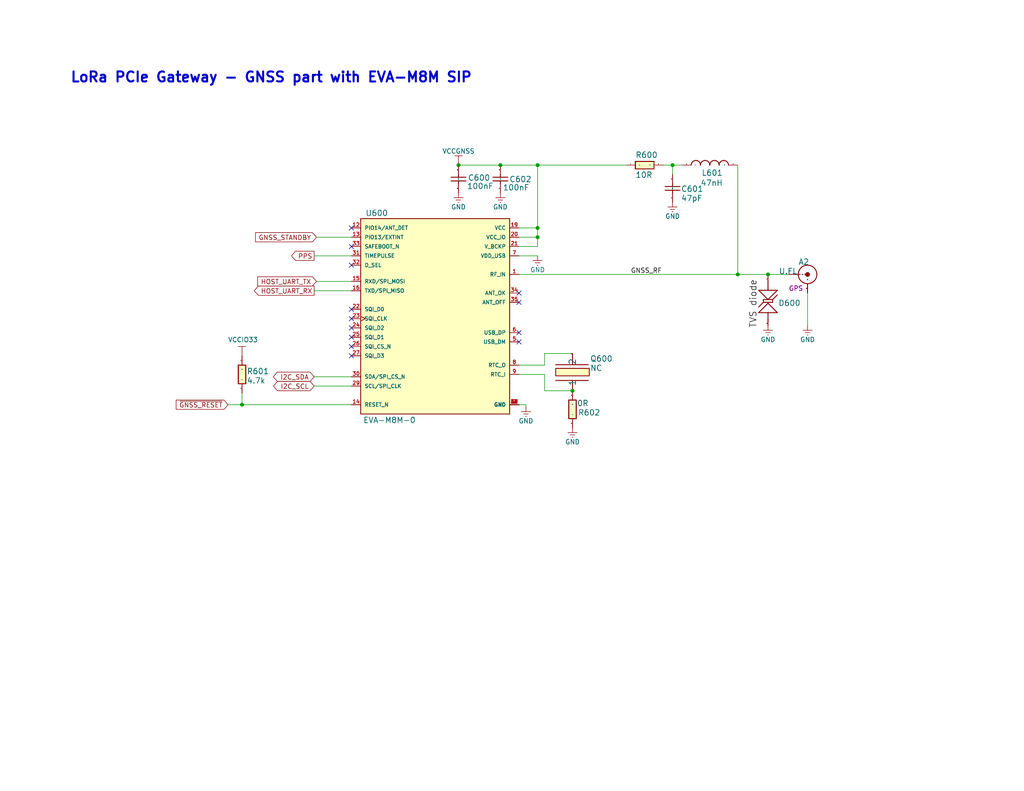
<source format=kicad_sch>
(kicad_sch (version 20230121) (generator eeschema)
  (paper "A")
  (title_block (title "LoRa PCIe Gateway - GNSS") (date "2022-01-18") (rev "1.2") (company "Nebra Ltd") (comment 1 "GNSS Schematic part with EVA-M8M SIP"))
  (lib_symbols
    (symbol "LoRa_PCIe_GW-rescue:Cap-" (pin_names (offset 1.016))
      (property "Reference" "C" (at 2.286 2.794 0))
      (property "Value" "Cap-" (at 0 0 0))
      (symbol "Cap-_0_1"
        (polyline (pts (xy 2.54 0) (xy 3.302 0)) (stroke (width 0.254)))
        (polyline (pts (xy 3.302 -2.032) (xy 3.302 2.032)) (stroke (width 0.254)))
        (polyline (pts (xy 4.318 2.032) (xy 4.318 -2.032)) (stroke (width 0.254)))
        (polyline (pts (xy 5.08 0) (xy 4.318 0)) (stroke (width 0.254)))
        (pin passive line (at 0 0 0) (length 2.54) (name "1") (number "1"))
        (pin passive line (at 7.62 0 180) (length 2.54) (name "2") (number "2"))
      )
    )
    (symbol "LoRa_PCIe_GW-rescue:EVA-M8M-0" (pin_names (offset 1.016))
      (property "Reference" "U" (at -20.3708 25.9588 0))
      (property "Value" "EVA-M8M-0" (at -20.3454 -30.5054 0))
      (symbol "EVA-M8M-0_0_0"
        (rectangle (start -20.32 -27.94) (end 20.32 25.4) (stroke (width 0.254)) (fill (type background)))
        (pin input line (at 22.86 10.16 180) (length 2.54) (name "RF_IN") (number "1"))
        (pin input line (at -22.86 22.86 0) (length 2.54) (name "PIO14/ANT_DET") (number "12"))
        (pin input line (at -22.86 20.32 0) (length 2.54) (name "PIO13/EXTINT") (number "13"))
        (pin input line (at -22.86 -25.4 0) (length 2.54) (name "RESET_N") (number "14"))
        (pin input line (at -22.86 8.255 0) (length 2.54) (name "RXD/SPI_MOSI") (number "15"))
        (pin output line (at -22.86 5.715 0) (length 2.54) (name "TXD/SPI_MISO") (number "16"))
        (pin power_in line (at 22.86 -25.4 180) (length 2.54) (name "GND") (number "18"))
        (pin power_in line (at 22.86 22.86 180) (length 2.54) (name "VCC") (number "19"))
        (pin power_in line (at 22.86 -25.4 180) (length 2.54) (name "GND") (number "2"))
        (pin power_in line (at 22.86 20.32 180) (length 2.54) (name "VCC_IO") (number "20"))
        (pin power_in line (at 22.86 17.78 180) (length 2.54) (name "V_BCKP") (number "21"))
        (pin bidirectional line (at -22.86 0.635 0) (length 2.54) (name "SQI_D0") (number "22"))
        (pin bidirectional clock (at -22.86 -1.905 0) (length 2.54) (name "SQI_CLK") (number "23"))
        (pin bidirectional line (at -22.86 -4.445 0) (length 2.54) (name "SQI_D2") (number "24"))
        (pin bidirectional line (at -22.86 -6.985 0) (length 2.54) (name "SQI_D1") (number "25"))
        (pin bidirectional line (at -22.86 -9.525 0) (length 2.54) (name "SQI_CS_N") (number "26"))
        (pin bidirectional line (at -22.86 -12.065 0) (length 2.54) (name "SQI_D3") (number "27"))
        (pin input line (at -22.86 -20.32 0) (length 2.54) (name "SCL/SPI_CLK") (number "29"))
        (pin bidirectional line (at -22.86 -17.78 0) (length 2.54) (name "SDA/SPI_CS_N") (number "30"))
        (pin output line (at -22.86 15.24 0) (length 2.54) (name "TIMEPULSE") (number "31"))
        (pin input line (at -22.86 12.7 0) (length 2.54) (name "D_SEL") (number "32"))
        (pin input line (at -22.86 17.78 0) (length 2.54) (name "SAFEBOOT_N") (number "33"))
        (pin input line (at 22.86 5.08 180) (length 2.54) (name "ANT_OK") (number "34"))
        (pin output line (at 22.86 2.54 180) (length 2.54) (name "ANT_OFF") (number "35"))
        (pin power_in line (at 22.86 -25.4 180) (length 2.54) (name "GND") (number "37"))
        (pin power_in line (at 22.86 -25.4 180) (length 2.54) (name "GND") (number "38"))
        (pin power_in line (at 22.86 -25.4 180) (length 2.54) (name "GND") (number "39"))
        (pin power_in line (at 22.86 -25.4 180) (length 2.54) (name "GND") (number "40"))
        (pin power_in line (at 22.86 -25.4 180) (length 2.54) (name "GND") (number "41"))
        (pin power_in line (at 22.86 -25.4 180) (length 2.54) (name "GND") (number "42"))
        (pin power_in line (at 22.86 -25.4 180) (length 2.54) (name "GND") (number "43"))
        (pin bidirectional line (at 22.86 -8.255 180) (length 2.54) (name "USB_DM") (number "5"))
        (pin bidirectional line (at 22.86 -5.715 180) (length 2.54) (name "USB_DP") (number "6"))
        (pin power_in line (at 22.86 15.24 180) (length 2.54) (name "VDD_USB") (number "7"))
        (pin output line (at 22.86 -14.605 180) (length 2.54) (name "RTC_O") (number "8"))
        (pin input line (at 22.86 -17.145 180) (length 2.54) (name "RTC_I") (number "9"))
      )
    )
    (symbol "LoRa_PCIe_GW-rescue:GND" (power) (pin_names (offset 0))
      (property "Value" "GND" (at 0 -3.81 0))
      (symbol "GND_1_1"
        (polyline (pts (xy -0.635 -1.905) (xy 0.635 -1.905)))
        (polyline (pts (xy -0.127 -2.54) (xy 0.127 -2.54)))
        (polyline (pts (xy 0 -1.27) (xy 0 0)))
        (polyline (pts (xy 1.27 -1.27) (xy -1.27 -1.27)))
        (pin power_in line (at 0 0 270) (length 0) hide (name "GND") (number "1"))
      )
    )
    (symbol "LoRa_PCIe_GW-rescue:Inductor-" (pin_names (offset 1.016))
      (property "Reference" "L" (at 5.334 -3.048 0))
      (property "Value" "Inductor-" (at 0 -1.27 0))
      (symbol "Inductor-_0_1"
        (pin passive line (at 0 0 0) (length 2.54) (name "1") (number "1"))
        (pin passive line (at 15.24 0 180) (length 2.54) (name "2") (number "2"))
      )
      (symbol "Inductor-_1_1"
        (arc (start 3.7846 1.27) (mid 2.9029 0.8892) (end 2.54 0) (stroke (width 0.254)))
        (arc (start 5.08 0) (mid 4.699 0.907) (end 3.7846 1.27) (stroke (width 0.254)))
        (arc (start 6.3246 1.27) (mid 5.4429 0.8892) (end 5.08 0) (stroke (width 0.254)))
        (arc (start 7.62 0) (mid 7.239 0.907) (end 6.3246 1.27) (stroke (width 0.254)))
        (arc (start 8.8646 1.27) (mid 7.9829 0.8892) (end 7.62 0) (stroke (width 0.254)))
        (arc (start 10.16 0) (mid 9.779 0.907) (end 8.8646 1.27) (stroke (width 0.254)))
        (arc (start 11.4046 1.27) (mid 10.5229 0.8892) (end 10.16 0) (stroke (width 0.254)))
        (arc (start 12.7 0) (mid 12.319 0.907) (end 11.4046 1.27) (stroke (width 0.254)))
      )
    )
    (symbol "LoRa_PCIe_GW-rescue:RClamp0531T-" (pin_names (offset 1.016))
      (property "Reference" "D" (at 2.794 5.08 0))
      (property "Value" "RClamp0531T-" (at 0 0 0))
      (symbol "RClamp0531T-_0_1"
        (polyline (pts (xy -2.54 3.556) (xy 2.54 3.556)) (stroke (width 0.254)))
        (polyline (pts (xy -2.54 9.652) (xy 0 7.112)) (stroke (width 0.254)))
        (polyline (pts (xy -1.27 6.35) (xy -2.54 5.08)) (stroke (width 0.254)))
        (polyline (pts (xy -1.27 6.35) (xy 1.27 6.35)) (stroke (width 0.254)))
        (polyline (pts (xy -1.27 7.112) (xy -1.27 6.35)) (stroke (width 0.254)))
        (polyline (pts (xy 0 1.016) (xy 0 3.556)) (stroke (width 0.254)))
        (polyline (pts (xy 0 6.096) (xy -2.54 3.556)) (stroke (width 0.254)))
        (polyline (pts (xy 0 7.112) (xy 2.54 9.652)) (stroke (width 0.254)))
        (polyline (pts (xy 0 12.192) (xy 0 9.652)) (stroke (width 0.254)))
        (polyline (pts (xy 1.27 6.35) (xy 1.27 7.112)) (stroke (width 0.254)))
        (polyline (pts (xy 1.27 7.112) (xy -1.27 7.112)) (stroke (width 0.254)))
        (polyline (pts (xy 2.54 3.556) (xy 0 6.096)) (stroke (width 0.254)))
        (polyline (pts (xy 2.54 8.382) (xy 1.27 7.112)) (stroke (width 0.254)))
        (polyline (pts (xy 2.54 9.652) (xy -2.54 9.652)) (stroke (width 0.254)))
        (pin passive line (at 0 13.335 270) (length 1.27) (name "A") (number "1"))
        (pin passive line (at 0 0 90) (length 1.27) (name "K") (number "2"))
      )
    )
    (symbol "LoRa_PCIe_GW-rescue:Resistor-" (pin_names (offset 1.016))
      (property "Reference" "R" (at 1.27 5.08 0))
      (property "Value" "Resistor-" (at 0 0 0))
      (symbol "Resistor-_0_1"
        (rectangle (start 2.54 -1.016) (end 7.62 1.016) (stroke (width 0.254)) (fill (type background)))
        (rectangle (start 2.54 1.016) (end 7.62 -1.016) (stroke (width 0.254)) (fill (type background)))
        (pin passive line (at 0 0 0) (length 2.54) (name "1") (number "1"))
        (pin passive line (at 10.16 0 180) (length 2.54) (name "2") (number "2"))
      )
    )
    (symbol "LoRa_PCIe_GW-rescue:U.FL-" (pin_names (offset 1.016))
      (property "Reference" "RFGI" (at 2.54 2.54 0))
      (property "Value" "U.FL-" (at -2.794 0 0))
      (symbol "U.FL-_0_1"
        (circle (center -5.08 0) (radius 0.508) (stroke (width 0.254)) (fill (type outline)))
        (polyline (pts (xy -4.572 0) (xy -4.318 0)) (stroke (width 0.254)))
        (polyline (pts (xy -3.81 0) (xy -3.556 0)) (stroke (width 0.254)))
        (polyline (pts (xy -2.794 0) (xy -3.048 0)) (stroke (width 0.254)))
        (pin passive line (at 0 0 180) (length 2.54) (name "Signal") (number "1"))
        (pin passive line (at -5.08 -5.08 90) (length 2.54) (name "GND") (number "2"))
        (pin passive line (at -5.08 -5.08 90) (length 2.54) (name "GND") (number "3"))
      )
      (symbol "U.FL-_1_1"
        (arc (start -6.35 -2.1844) (mid -3.8199 -2.1901) (end -2.54 0) (stroke (width 0.254)))
        (arc (start -6.35 2.1844) (mid -7.6068 0) (end -6.35 -2.1844) (stroke (width 0.254)))
        (arc (start -2.54 0) (mid -3.8133 2.2016) (end -6.35 2.1844) (stroke (width 0.254)))
      )
    )
    (symbol "LoRa_PCIe_GW-rescue:VCCGNSS" (power) (pin_names (offset 0))
      (property "Value" "VCCGNSS" (at -0.254 3.556 0))
      (symbol "VCCGNSS_1_1"
        (polyline (pts (xy -1.016 2.54) (xy 1.016 2.54)))
        (polyline (pts (xy 0 0) (xy 0 2.54)))
        (pin power_in line (at 0 0 90) (length 0) hide (name "VCCGNSS") (number "1"))
      )
    )
    (symbol "LoRa_PCIe_GW-rescue:VCCIO33" (power) (pin_names (offset 0))
      (property "Value" "VCCIO33" (at 0 3.556 0))
      (symbol "VCCIO33_1_1"
        (polyline (pts (xy -1.016 2.54) (xy 1.016 2.54)))
        (polyline (pts (xy 0 0) (xy 0 2.54)))
        (pin power_in line (at 0 0 90) (length 0) hide (name "VCCIO33") (number "1"))
      )
    )
    (symbol "LoRa_PCIe_GW-rescue:Xtal-" (pin_names (offset 1.016))
      (property "Reference" "Q" (at 4.572 2.794 0))
      (property "Value" "Xtal-" (at 0 0 0))
      (symbol "Xtal-_0_1"
        (rectangle (start -1.016 4.572) (end 1.016 -4.572) (stroke (width 0.254)) (fill (type background)))
        (polyline (pts (xy -5.08 0) (xy -2.286 0)) (stroke (width 0.254)))
        (polyline (pts (xy -2.286 4.572) (xy -2.286 -4.318)) (stroke (width 0.254)))
        (polyline (pts (xy 2.032 4.572) (xy 2.032 -4.318)) (stroke (width 0.254)))
        (polyline (pts (xy 5.08 0) (xy 2.032 0)) (stroke (width 0.254)))
        (pin passive line (at -5.08 0 0) (length 0.254) (name "1") (number "1"))
        (pin passive line (at 5.08 0 180) (length 0.254) (name "2") (number "2"))
      )
    )
  )
  (junction (at 125.095 45.085))
  (junction (at 146.685 64.77))
  (junction (at 136.525 45.085))
  (junction (at 146.685 45.085))
  (junction (at 156.21 106.68))
  (junction (at 66.04 110.49))
  (junction (at 146.685 62.23))
  (junction (at 183.515 45.085))
  (junction (at 201.295 74.93))
  (junction (at 209.55 74.93))
  (no_connect (at 95.885 62.23))
  (no_connect (at 95.885 94.615))
  (no_connect (at 95.885 84.455))
  (no_connect (at 95.885 92.075))
  (no_connect (at 95.885 72.39))
  (no_connect (at 141.605 90.805))
  (no_connect (at 95.885 67.31))
  (no_connect (at 95.885 97.155))
  (no_connect (at 141.605 82.55))
  (no_connect (at 141.605 93.345))
  (no_connect (at 95.885 89.535))
  (no_connect (at 95.885 86.995))
  (no_connect (at 141.605 80.01))
  (wire (pts (xy 201.295 74.93) (xy 209.55 74.93)))
  (wire (pts (xy 148.59 99.695) (xy 141.605 99.695)))
  (wire (pts (xy 66.04 110.49) (xy 62.23 110.49)))
  (wire (pts (xy 183.515 47.625) (xy 183.515 45.085)))
  (wire (pts (xy 148.59 106.68) (xy 148.59 102.235)))
  (wire (pts (xy 146.685 45.085) (xy 170.815 45.085)))
  (wire (pts (xy 85.725 102.87) (xy 95.885 102.87)))
  (wire (pts (xy 95.885 64.77) (xy 86.36 64.77)))
  (wire (pts (xy 85.725 79.375) (xy 95.885 79.375)))
  (wire (pts (xy 146.685 45.085) (xy 136.525 45.085)))
  (wire (pts (xy 209.55 75.565) (xy 209.55 74.93)))
  (wire (pts (xy 146.685 45.085) (xy 146.685 62.23)))
  (wire (pts (xy 201.295 45.085) (xy 201.295 74.93)))
  (wire (pts (xy 141.605 74.93) (xy 201.295 74.93)))
  (wire (pts (xy 183.515 45.085) (xy 180.975 45.085)))
  (wire (pts (xy 85.725 105.41) (xy 95.885 105.41)))
  (wire (pts (xy 148.59 96.52) (xy 148.59 99.695)))
  (wire (pts (xy 146.685 62.23) (xy 141.605 62.23)))
  (wire (pts (xy 66.04 107.315) (xy 66.04 110.49)))
  (wire (pts (xy 148.59 102.235) (xy 141.605 102.235)))
  (wire (pts (xy 141.605 64.77) (xy 146.685 64.77)))
  (wire (pts (xy 146.685 67.31) (xy 146.685 64.77)))
  (wire (pts (xy 156.21 96.52) (xy 148.59 96.52)))
  (wire (pts (xy 156.21 106.68) (xy 148.59 106.68)))
  (wire (pts (xy 146.685 64.77) (xy 146.685 62.23)))
  (wire (pts (xy 141.605 69.85) (xy 146.685 69.85)))
  (wire (pts (xy 95.885 110.49) (xy 66.04 110.49)))
  (wire (pts (xy 143.51 110.49) (xy 143.51 111.125)))
  (wire (pts (xy 141.605 110.49) (xy 143.51 110.49)))
  (wire (pts (xy 136.525 45.085) (xy 125.095 45.085)))
  (wire (pts (xy 220.345 80.01) (xy 220.345 88.9)))
  (wire (pts (xy 85.725 69.85) (xy 95.885 69.85)))
  (wire (pts (xy 86.36 76.835) (xy 95.885 76.835)))
  (wire (pts (xy 183.515 45.085) (xy 186.055 45.085)))
  (wire (pts (xy 209.55 74.93) (xy 215.265 74.93)))
  (wire (pts (xy 141.605 67.31) (xy 146.685 67.31)))
  (text "LoRa PCIe Gateway - GNSS part with EVA-M8M SIP" (at 19.05 22.86 0) (effects (font (size 2.7432 2.7432) (thickness 0.5486) bold) (justify left bottom)))
  (label "TVS diode" (at 207.01 89.535 90) (effects (font (size 1.778 1.778))))
  (label "GNSS_RF" (at 172.085 74.93 0))
  (global_label "I2C_SCL" (shape bidirectional) (at 85.725 105.41 180) (property "Intersheetrefs" "${INTERSHEET_REFS}" (effects hide)))
  (global_label "PPS" (shape output) (at 85.725 69.85 180) (property "Intersheetrefs" "${INTERSHEET_REFS}" (effects hide)))
  (global_label "I2C_SDA" (shape bidirectional) (at 85.725 102.87 180) (property "Intersheetrefs" "${INTERSHEET_REFS}" (effects hide)))
  (global_label "~{GNSS_RESET}" (shape input) (at 62.23 110.49 180) (property "Intersheetrefs" "${INTERSHEET_REFS}" (effects hide)))
  (global_label "HOST_UART_TX" (shape input) (at 86.36 76.835 180) (property "Intersheetrefs" "${INTERSHEET_REFS}" (effects hide)))
  (global_label "GNSS_STANDBY" (shape input) (at 86.36 64.77 180) (property "Intersheetrefs" "${INTERSHEET_REFS}" (effects hide)))
  (global_label "HOST_UART_RX" (shape output) (at 85.725 79.375 180) (property "Intersheetrefs" "${INTERSHEET_REFS}" (effects hide)))
  (symbol (lib_id "LoRa_PCIe_GW-rescue:Resistor-") (at 66.04 107.315 90) (unit 1)
    (property "Reference" "R601" (at 67.31 102.235 90) (effects (font (size 1.524 1.524)) (justify right top)))
    (property "Value" "4.7k" (at 67.31 104.775 90) (effects (font (size 1.524 1.524)) (justify right top)))
    (property "Footprint" "LoRa_PCIe_GW:rlc_201_smd_small" (effects hide))
    (property "Description" "4.7 kOhms ±1% 0.05W, 1/20W Chip Resistor 0201 (0603 Metric)  Thick Film" (effects hide))
    (property "Manufacturer" "Vishay Dale" (effects hide))
    (property "Part Number" "CRCW02014K70FNED" (effects hide))
    (property "Price[1k]" "0.011" (effects hide))
    (property "Supplier Link" "https://www.digikey.com/en/products/detail/vishay-dale/CRCW02014K70FNED/1199881?s=N4IgTCBcDaIMICU4HUAMZUEYAsBpA7KgGIByAogCIgC6AvkA" (effects hide))
  )
  (symbol (lib_id "LoRa_PCIe_GW-rescue:Inductor-") (at 186.055 45.085 0) (unit 1)
    (property "Reference" "L601" (at 191.389 48.0568 0) (effects (font (size 1.524 1.524)) (justify left bottom)))
    (property "Value" "47nH" (at 191.135 50.8254 0) (effects (font (size 1.524 1.524)) (justify left bottom)))
    (property "Footprint" "LoRa_PCIe_GW:rlc_402_smd_small" (effects hide))
    (property "Description" "47nH Unshielded Wirewound Inductor 210mA 1.08Ohm Max 0402 (1005 Metric) " (effects hide))
    (property "Manufacturer" "Murata" (effects hide))
    (property "Part Number" "LQW15AN47NJ00D" (effects hide))
    (property "Price[1k]" "0.063" (effects hide))
    (property "Supplier Link" "https://www.digikey.com/en/products/detail/murata-electronics/LQW15AN47NJ00D/584363" (effects hide))
  )
  (symbol (lib_id "LoRa_PCIe_GW-rescue:Cap-") (at 183.515 55.245 90) (unit 1)
    (property "Reference" "C601" (at 185.801 52.451 90) (effects (font (size 1.524 1.524)) (justify right top)))
    (property "Value" "47pF" (at 185.801 54.991 90) (effects (font (size 1.524 1.524)) (justify right top)))
    (property "Footprint" "LoRa_PCIe_GW:ccer_201_smd_small" (effects hide))
    (property "Description" "47pF ±5% 50V Ceramic Capacitor C0G, NP0 0201 (0603 Metric)" (effects hide))
    (property "Manufacturer" "Murata" (effects hide))
    (property "Part Number" "GRM0335C1H470JA01D" (effects hide))
    (property "Price[1k]" "0.0036" (effects hide))
    (property "Supplier Link" "https://www.digikey.com/en/products/detail/murata-electronics/GRM0335C1H470JA01D/2542245" (effects hide))
  )
  (symbol (lib_id "LoRa_PCIe_GW-rescue:Resistor-") (at 170.815 45.085 0) (unit 1)
    (property "Reference" "R600" (at 173.355 43.18 0) (effects (font (size 1.524 1.524)) (justify left bottom)))
    (property "Value" "10R" (at 173.355 48.641 0) (effects (font (size 1.524 1.524)) (justify left bottom)))
    (property "Footprint" "LoRa_PCIe_GW:rlc_201_smd_small" (effects hide))
    (property "Description" "10 Ohms ±1% 0.05W, 1/20W Chip Resistor 0201 (0603 Metric)  Thick Film" (effects hide))
    (property "Manufacturer" "Vishay Dale" (effects hide))
    (property "Part Number" "CRCW020110R0FNED" (effects hide))
    (property "Price[1k]" "0.011" (effects hide))
    (property "Supplier Link" "https://www.digikey.com/en/products/detail/vishay-dale/CRCW020110R0FNED/1178471" (effects hide))
  )
  (symbol (lib_id "LoRa_PCIe_GW-rescue:U.FL-") (at 215.265 74.93 0) (mirror y) (unit 1)
    (property "Reference" "A2" (at 217.805 72.39 0) (effects (font (size 1.524 1.524)) (justify right bottom)))
    (property "Value" "U.FL" (at 212.471 74.93 0) (effects (font (size 1.524 1.524)) (justify right bottom)))
    (property "Footprint" "LoRa_PCIe_GW:U.FL-R-SMT_Hirose" (effects hide))
    (property "Description" "U.FL (UMCC) Connector Receptacle, Male Pin 50Ohm Surface Mount Solder" (effects hide))
    (property "Manufacturer" "Hirose" (effects hide))
    (property "Part Number" "U.FL-R-SMT-1(80)" (effects hide))
    (property "Price[1k]" "0.65" (effects hide))
    (property "Supplier Link" "https://www.digikey.com/en/products/detail/hirose-electric-co-ltd/U-FL-R-SMT-1-80/3978495" (effects hide))
    (property "Label" "GPS" (at 217.17 78.74 0))
  )
  (symbol (lib_id "LoRa_PCIe_GW-rescue:Cap-") (at 125.095 52.705 90) (unit 1)
    (property "Reference" "C600" (at 127.635 49.403 90) (effects (font (size 1.524 1.524)) (justify right top)))
    (property "Value" "100nF" (at 127.381 51.689 90) (effects (font (size 1.524 1.524)) (justify right top)))
    (property "Footprint" "LoRa_PCIe_GW:ccer_201_smd_small" (effects hide))
    (property "Description" "0.1µF ±10% 16V Ceramic Capacitor X7S 0201 (0603 Metric)" (effects hide))
    (property "Manufacturer" "Murata" (effects hide))
    (property "Part Number" "GRM033C71C104KE14D" (effects hide))
    (property "Price[1k]" "0.01" (effects hide))
    (property "Supplier Link" "https://www.digikey.com/en/products/detail/murata-electronics/GRM033C71C104KE14D/5027472" (effects hide))
  )
  (symbol (lib_id "LoRa_PCIe_GW-rescue:Xtal-") (at 156.21 101.6 90) (unit 1)
    (property "Reference" "Q600" (at 160.9852 98.806 90) (effects (font (size 1.524 1.524)) (justify right top)))
    (property "Value" "NC" (at 160.9852 101.346 90) (effects (font (size 1.524 1.524)) (justify right top)))
    (property "Footprint" "LoRa_PCIe_GW:XTAL_3215_SMD" (effects hide))
    (property "Part Number" "NX3215SA-32.768K-STD-MUA-9" (effects hide))
    (property "Description" "32.768kHz ±20ppm Crystal 9pF 70 kOhms 2-SMD, No Lead" (effects hide))
    (property "Manufacturer" "NDK" (effects hide))
    (property "Price[1k]" "0.4" (effects hide))
    (property "Supplier Link" "https://www.digikey.com/en/products/detail/ndk-america-inc/NX3215SA-32-768K-STD-MUA-9/2261468" (effects hide))
  )
  (symbol (lib_id "LoRa_PCIe_GW-rescue:EVA-M8M-0") (at 118.745 85.09 0) (unit 1)
    (property "Reference" "U600" (at 99.695 59.055 0) (effects (font (size 1.524 1.524)) (justify left bottom)))
    (property "Value" "EVA-M8M-0" (at 99.06 115.57 0) (effects (font (size 1.524 1.524)) (justify left bottom)))
    (property "Footprint" "LoRa_PCIe_GW:LGA43R65P9X9_700X700X116" (effects hide))
    (property "Datasheet" "https://www.u-blox.com/en/docs/UBX-16014189" (effects hide))
    (property "Description" "GNSS RF Receiver Galileo, GLONASS, GPS 1.575GHz -167dBm" (effects hide))
    (property "Manufacturer" "U-Blox" (effects hide))
    (property "Part Number" "EVA-M8M-0" (effects hide))
    (property "Price[1k]" "15.6" (effects hide))
    (property "Supplier Link" "https://www.digikey.com/en/products/detail/u-blox/EVA-M8M-0/6150634" (effects hide))
  )
  (symbol (lib_id "LoRa_PCIe_GW-rescue:Resistor-") (at 156.21 116.84 90) (unit 1)
    (property "Reference" "R602" (at 163.83 111.76 90) (effects (font (size 1.524 1.524)) (justify left bottom)))
    (property "Value" "0R" (at 160.655 109.22 90) (effects (font (size 1.524 1.524)) (justify left bottom)))
    (property "Footprint" "LoRa_PCIe_GW:rlc_201_smd_small" (effects hide))
    (property "Description" "0 Ohms Jumper 0.05W, 1/20W Chip Resistor 0201 (0603 Metric)  Thick Film" (effects hide))
    (property "Manufacturer" "Vishay Dale" (effects hide))
    (property "Part Number" "CRCW02010000Z0ED" (effects hide))
    (property "Price[1k]" "0.006" (effects hide))
    (property "Supplier Link" "https://www.digikey.com/en/products/detail/vishay-dale/CRCW02010000Z0ED/1178434?s=N4IgTCBcDaIMICU4HUAMZUEZU9QLVQFEAREAXQF8g" (effects hide))
    (instances (project "LoRa_PCIe_GW" (path "" (reference "R602") (unit 1)) (path "" (reference "R?") (unit 1))))
  )
  (symbol (lib_id "LoRa_PCIe_GW-rescue:GND") (at 156.21 116.84 0) (unit 1)
    (property "Reference" "#PWR0269" (effects hide))
    (property "Value" "GND" (at 156.21 120.65 0))
  )
  (symbol (lib_id "LoRa_PCIe_GW-rescue:GND") (at 146.685 69.85 0) (unit 1)
    (property "Reference" "#PWR0271" (effects hide))
    (property "Value" "GND" (at 146.685 73.66 0))
  )
  (symbol (lib_id "LoRa_PCIe_GW-rescue:VCCIO33") (at 66.04 97.155 0) (unit 1)
    (property "Reference" "#PWR0140" (effects hide))
    (property "Value" "VCCIO33" (at 66.294 92.7608 0))
  )
  (symbol (lib_id "LoRa_PCIe_GW-rescue:GND") (at 143.51 111.125 0) (unit 1)
    (property "Reference" "#PWR0135" (effects hide))
    (property "Value" "GND" (at 143.51 114.935 0))
  )
  (symbol (lib_id "LoRa_PCIe_GW-rescue:GND") (at 209.55 88.9 0) (unit 1)
    (property "Reference" "#PWR0136" (effects hide))
    (property "Value" "GND" (at 209.55 92.71 0))
  )
  (symbol (lib_id "LoRa_PCIe_GW-rescue:GND") (at 220.345 88.9 0) (unit 1)
    (property "Reference" "#PWR0137" (effects hide))
    (property "Value" "GND" (at 220.345 92.71 0))
  )
  (symbol (lib_id "LoRa_PCIe_GW-rescue:GND") (at 183.515 55.245 0) (unit 1)
    (property "Reference" "#PWR0138" (effects hide))
    (property "Value" "GND" (at 183.515 59.055 0))
  )
  (symbol (lib_id "LoRa_PCIe_GW-rescue:GND") (at 136.525 52.705 0) (unit 1)
    (property "Reference" "#PWR0142" (effects hide))
    (property "Value" "GND" (at 136.525 56.515 0))
  )
  (symbol (lib_id "LoRa_PCIe_GW-rescue:Cap-") (at 136.525 52.705 90) (unit 1)
    (property "Reference" "C602" (at 138.938 49.8094 90) (effects (font (size 1.524 1.524)) (justify right top)))
    (property "Value" "100nF" (at 137.16 52.07 90) (effects (font (size 1.524 1.524)) (justify right top)))
    (property "Footprint" "LoRa_PCIe_GW:ccer_201_smd_small" (effects hide))
    (property "Description" "0.1µF ±10% 16V Ceramic Capacitor X7S 0201 (0603 Metric)" (effects hide))
    (property "Manufacturer" "Murata" (effects hide))
    (property "Part Number" "GRM033C71C104KE14D" (effects hide))
    (property "Price[1k]" "0.01" (effects hide))
    (property "Supplier Link" "https://www.digikey.com/en/products/detail/murata-electronics/GRM033C71C104KE14D/5027472" (effects hide))
    (instances (project "LoRa_PCIe_GW" (path "" (reference "C602") (unit 1)) (path "" (reference "C?") (unit 1))))
  )
  (symbol (lib_id "LoRa_PCIe_GW-rescue:GND") (at 125.095 52.705 0) (unit 1)
    (property "Reference" "#PWR0274" (effects hide))
    (property "Value" "GND" (at 125.095 56.515 0))
  )
  (symbol (lib_id "LoRa_PCIe_GW-rescue:VCCGNSS") (at 125.095 45.085 0) (unit 1)
    (property "Reference" "#PWR0139" (effects hide))
    (property "Value" "VCCGNSS" (at 125.095 41.275 0))
  )
  (symbol (lib_id "LoRa_PCIe_GW-rescue:RClamp0531T-") (at 209.55 88.9 0) (unit 1)
    (property "Reference" "D600" (at 212.344 83.6168 0) (effects (font (size 1.524 1.524)) (justify left bottom)))
    (property "Footprint" "LoRa_PCIe_GW:SLP1006P2T" (effects hide))
    (property "Description" "TVS DIODE 4V 1005" (effects hide))
    (property "Manufacturer" "Murata" (effects hide))
    (property "Part Number" "LXES15AAA1-153" (effects hide))
    (property "Price[1k]" "0.046" (effects hide))
    (property "Supplier Link" "https://www.digikey.com/en/products/detail/murata-electronics/LXES15AAA1-153/5843762" (effects hide))
    (instances (project "LoRa_PCIe_GW" (path "" (reference "D600") (unit 1)) (path "" (reference "D?") (unit 1))))
  )
)
</source>
